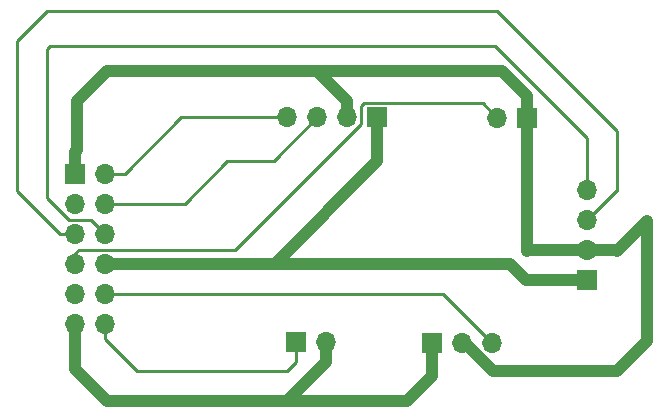
<source format=gbr>
G04 #@! TF.GenerationSoftware,KiCad,Pcbnew,(5.1.4)-1*
G04 #@! TF.CreationDate,2019-08-20T16:37:38+09:00*
G04 #@! TF.ProjectId,kagisys_shield,6b616769-7379-4735-9f73-6869656c642e,rev?*
G04 #@! TF.SameCoordinates,Original*
G04 #@! TF.FileFunction,Copper,L1,Top*
G04 #@! TF.FilePolarity,Positive*
%FSLAX46Y46*%
G04 Gerber Fmt 4.6, Leading zero omitted, Abs format (unit mm)*
G04 Created by KiCad (PCBNEW (5.1.4)-1) date 2019-08-20 16:37:38*
%MOMM*%
%LPD*%
G04 APERTURE LIST*
%ADD10R,1.700000X1.700000*%
%ADD11O,1.700000X1.700000*%
%ADD12C,1.000000*%
%ADD13C,0.250000*%
G04 APERTURE END LIST*
D10*
X147145001Y-89965001D03*
D11*
X149685001Y-89965001D03*
X147145001Y-92505001D03*
X149685001Y-92505001D03*
X147145001Y-95045001D03*
X149685001Y-95045001D03*
X147145001Y-97585001D03*
X149685001Y-97585001D03*
X147145001Y-100125001D03*
X149685001Y-100125001D03*
X147145001Y-102665001D03*
X149685001Y-102665001D03*
D10*
X172720000Y-85190000D03*
D11*
X170180000Y-85190000D03*
X167640000Y-85190000D03*
X165100000Y-85190000D03*
D10*
X177380000Y-104310000D03*
D11*
X179920000Y-104310000D03*
X182460000Y-104310000D03*
D10*
X165850000Y-104240000D03*
D11*
X168390000Y-104240000D03*
X182880000Y-85240000D03*
D10*
X185420000Y-85240000D03*
D11*
X190470000Y-91330000D03*
X190470000Y-93870000D03*
X190470000Y-96410000D03*
D10*
X190470000Y-98950000D03*
D12*
X170180000Y-83820000D02*
X170180000Y-85190000D01*
X147145001Y-88115001D02*
X147320000Y-87940002D01*
X147145001Y-89965001D02*
X147145001Y-88115001D01*
X147320000Y-83820000D02*
X149860000Y-81280000D01*
X147320000Y-87940002D02*
X147320000Y-83820000D01*
X149860000Y-81280000D02*
X167640000Y-81280000D01*
X167640000Y-81280000D02*
X170180000Y-83820000D01*
X185420000Y-83390000D02*
X185420000Y-85240000D01*
X183310000Y-81280000D02*
X185420000Y-83390000D01*
X167640000Y-81280000D02*
X183310000Y-81280000D01*
X195580000Y-93980000D02*
X193040000Y-96520000D01*
X191672081Y-96410000D02*
X190470000Y-96410000D01*
X192930000Y-96410000D02*
X191672081Y-96410000D01*
X193040000Y-96520000D02*
X192930000Y-96410000D01*
X195580000Y-93980000D02*
X195580000Y-104140000D01*
X195580000Y-104140000D02*
X193040000Y-106680000D01*
X182535998Y-106680000D02*
X180340000Y-104484002D01*
X193040000Y-106680000D02*
X182535998Y-106680000D01*
X185420000Y-85240000D02*
X185420000Y-96520000D01*
X185530000Y-96410000D02*
X190470000Y-96410000D01*
X185420000Y-96520000D02*
X185530000Y-96410000D01*
D13*
X149685001Y-89965001D02*
X151334999Y-89965001D01*
X156110000Y-85190000D02*
X165100000Y-85190000D01*
X151334999Y-89965001D02*
X156110000Y-85190000D01*
D12*
X147145001Y-102665001D02*
X147145001Y-106505001D01*
X147145001Y-106505001D02*
X149860000Y-109220000D01*
X149860000Y-109220000D02*
X165100000Y-109220000D01*
X168390000Y-105930000D02*
X168390000Y-104240000D01*
X165100000Y-109220000D02*
X168390000Y-105930000D01*
X165100000Y-109220000D02*
X175260000Y-109220000D01*
X177380000Y-107100000D02*
X177380000Y-104310000D01*
X175260000Y-109220000D02*
X177380000Y-107100000D01*
X172720000Y-88900000D02*
X172720000Y-85190000D01*
X164034999Y-97585001D02*
X172720000Y-88900000D01*
X161494999Y-97585001D02*
X183945001Y-97585001D01*
X161494999Y-97585001D02*
X164034999Y-97585001D01*
X149685001Y-97585001D02*
X161494999Y-97585001D01*
X185310000Y-98950000D02*
X190470000Y-98950000D01*
X183945001Y-97585001D02*
X185310000Y-98950000D01*
D13*
X149685001Y-92505001D02*
X156414999Y-92505001D01*
X156414999Y-92505001D02*
X160020000Y-88900000D01*
X163930000Y-88900000D02*
X167640000Y-85190000D01*
X160020000Y-88900000D02*
X163930000Y-88900000D01*
X192900000Y-91440000D02*
X190470000Y-93870000D01*
X193040000Y-91440000D02*
X192900000Y-91440000D01*
X193040000Y-86360000D02*
X193040000Y-91440000D01*
X145845001Y-95045001D02*
X142240000Y-91440000D01*
X147145001Y-95045001D02*
X145845001Y-95045001D01*
X142240000Y-91440000D02*
X142240000Y-78740000D01*
X142240000Y-78740000D02*
X144780000Y-76200000D01*
X144780000Y-76200000D02*
X182880000Y-76200000D01*
X182880000Y-76200000D02*
X193040000Y-86360000D01*
X190470000Y-90127919D02*
X190470000Y-91330000D01*
X190470000Y-86966410D02*
X190470000Y-90127919D01*
X182693600Y-79190010D02*
X190470000Y-86966410D01*
X144966400Y-79190010D02*
X182693600Y-79190010D01*
X144780000Y-79376410D02*
X144966400Y-79190010D01*
X144780000Y-92043590D02*
X144780000Y-79376410D01*
X146606410Y-93870000D02*
X144780000Y-92043590D01*
X148510000Y-93870000D02*
X146606410Y-93870000D01*
X149685001Y-95045001D02*
X148510000Y-93870000D01*
X147145001Y-96694999D02*
X147145001Y-97585001D01*
X147430000Y-96410000D02*
X147145001Y-96694999D01*
X181654999Y-84014999D02*
X171609999Y-84014999D01*
X182880000Y-85240000D02*
X181654999Y-84014999D01*
X171609999Y-84014999D02*
X171355001Y-84269997D01*
X171355001Y-84269997D02*
X171355001Y-85754001D01*
X171355001Y-85754001D02*
X160699002Y-96410000D01*
X160699002Y-96410000D02*
X147430000Y-96410000D01*
X178275001Y-100125001D02*
X182460000Y-104310000D01*
X149685001Y-100125001D02*
X178275001Y-100125001D01*
X149685001Y-102665001D02*
X149685001Y-103965001D01*
X149685001Y-103965001D02*
X152400000Y-106680000D01*
X152400000Y-106680000D02*
X165100000Y-106680000D01*
X165850000Y-105930000D02*
X165850000Y-104240000D01*
X165100000Y-106680000D02*
X165850000Y-105930000D01*
M02*

</source>
